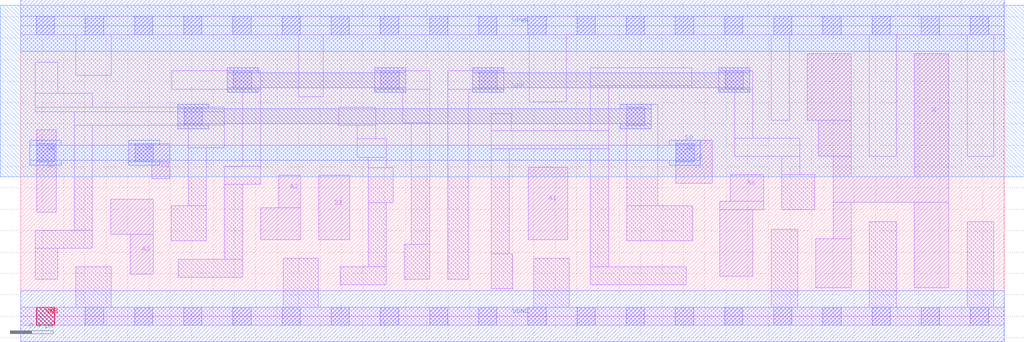
<source format=lef>
# Copyright 2020 The SkyWater PDK Authors
#
# Licensed under the Apache License, Version 2.0 (the "License");
# you may not use this file except in compliance with the License.
# You may obtain a copy of the License at
#
#     https://www.apache.org/licenses/LICENSE-2.0
#
# Unless required by applicable law or agreed to in writing, software
# distributed under the License is distributed on an "AS IS" BASIS,
# WITHOUT WARRANTIES OR CONDITIONS OF ANY KIND, either express or implied.
# See the License for the specific language governing permissions and
# limitations under the License.
#
# SPDX-License-Identifier: Apache-2.0

VERSION 5.7 ;
  NOWIREEXTENSIONATPIN ON ;
  DIVIDERCHAR "/" ;
  BUSBITCHARS "[]" ;
MACRO sky130_fd_sc_hd__mux4_4
  CLASS CORE ;
  FOREIGN sky130_fd_sc_hd__mux4_4 ;
  ORIGIN  0.000000  0.000000 ;
  SIZE  9.200000 BY  2.720000 ;
  SYMMETRY X Y R90 ;
  SITE unithd ;
  PIN A0
    ANTENNAGATEAREA  0.159000 ;
    DIRECTION INPUT ;
    USE SIGNAL ;
    PORT
      LAYER li1 ;
        RECT 6.540000 0.375000 6.850000 0.995000 ;
        RECT 6.540000 0.995000 6.950000 1.075000 ;
        RECT 6.640000 1.075000 6.950000 1.325000 ;
    END
  END A0
  PIN A1
    ANTENNAGATEAREA  0.159000 ;
    DIRECTION INPUT ;
    USE SIGNAL ;
    PORT
      LAYER li1 ;
        RECT 4.750000 0.715000 5.120000 1.395000 ;
    END
  END A1
  PIN A2
    ANTENNAGATEAREA  0.159000 ;
    DIRECTION INPUT ;
    USE SIGNAL ;
    PORT
      LAYER li1 ;
        RECT 0.840000 0.765000 1.240000 1.095000 ;
        RECT 1.025000 0.395000 1.240000 0.765000 ;
    END
  END A2
  PIN A3
    ANTENNAGATEAREA  0.159000 ;
    DIRECTION INPUT ;
    USE SIGNAL ;
    PORT
      LAYER li1 ;
        RECT 2.245000 0.715000 2.620000 1.015000 ;
        RECT 2.415000 1.015000 2.620000 1.320000 ;
    END
  END A3
  PIN S0
    ANTENNAGATEAREA  0.393000 ;
    DIRECTION INPUT ;
    USE SIGNAL ;
    PORT
      LAYER li1 ;
        RECT 0.150000 0.975000 0.330000 1.745000 ;
      LAYER mcon ;
        RECT 0.150000 1.445000 0.320000 1.615000 ;
    END
    PORT
      LAYER li1 ;
        RECT 1.010000 1.445000 1.395000 1.615000 ;
        RECT 1.225000 1.285000 1.395000 1.445000 ;
      LAYER mcon ;
        RECT 1.070000 1.445000 1.240000 1.615000 ;
    END
    PORT
      LAYER li1 ;
        RECT 6.130000 1.245000 6.470000 1.645000 ;
      LAYER mcon ;
        RECT 6.130000 1.445000 6.300000 1.615000 ;
    END
    PORT
      LAYER met1 ;
        RECT 0.085000 1.415000 0.380000 1.460000 ;
        RECT 0.085000 1.460000 6.360000 1.600000 ;
        RECT 0.085000 1.600000 0.380000 1.645000 ;
        RECT 1.010000 1.415000 1.300000 1.460000 ;
        RECT 1.010000 1.600000 1.300000 1.645000 ;
        RECT 6.070000 1.415000 6.360000 1.460000 ;
        RECT 6.070000 1.600000 6.360000 1.645000 ;
    END
  END S0
  PIN S1
    ANTENNAGATEAREA  0.303000 ;
    DIRECTION INPUT ;
    USE SIGNAL ;
    PORT
      LAYER li1 ;
        RECT 2.790000 0.715000 3.080000 1.320000 ;
    END
  END S1
  PIN VNB
    PORT
      LAYER pwell ;
        RECT 0.150000 -0.085000 0.320000 0.085000 ;
    END
  END VNB
  PIN VPB
    PORT
      LAYER nwell ;
        RECT -0.190000 1.305000 9.390000 2.910000 ;
    END
  END VPB
  PIN X
    ANTENNADIFFAREA  0.891000 ;
    DIRECTION OUTPUT ;
    USE SIGNAL ;
    PORT
      LAYER li1 ;
        RECT 7.360000 1.835000 7.770000 2.455000 ;
        RECT 7.440000 0.265000 7.770000 0.725000 ;
        RECT 7.460000 1.495000 7.770000 1.835000 ;
        RECT 7.600000 0.725000 7.770000 1.065000 ;
        RECT 7.600000 1.065000 8.685000 1.305000 ;
        RECT 7.600000 1.305000 7.770000 1.495000 ;
        RECT 8.360000 0.265000 8.685000 1.065000 ;
        RECT 8.360000 1.305000 8.685000 2.455000 ;
    END
  END X
  PIN VGND
    DIRECTION INOUT ;
    SHAPE ABUTMENT ;
    USE GROUND ;
    PORT
      LAYER met1 ;
        RECT 0.000000 -0.240000 9.200000 0.240000 ;
    END
  END VGND
  PIN VPWR
    DIRECTION INOUT ;
    SHAPE ABUTMENT ;
    USE POWER ;
    PORT
      LAYER met1 ;
        RECT 0.000000 2.480000 9.200000 2.960000 ;
    END
  END VPWR
  OBS
    LAYER li1 ;
      RECT 0.000000 -0.085000 9.200000 0.085000 ;
      RECT 0.000000  2.635000 9.200000 2.805000 ;
      RECT 0.135000  0.345000 0.345000 0.635000 ;
      RECT 0.135000  0.635000 0.670000 0.805000 ;
      RECT 0.135000  1.915000 1.905000 1.955000 ;
      RECT 0.135000  1.955000 0.670000 2.085000 ;
      RECT 0.135000  2.085000 0.345000 2.375000 ;
      RECT 0.500000  0.805000 0.670000 1.785000 ;
      RECT 0.500000  1.785000 1.905000 1.915000 ;
      RECT 0.515000  0.085000 0.845000 0.465000 ;
      RECT 0.515000  2.255000 0.845000 2.635000 ;
      RECT 1.410000  0.705000 1.735000 1.035000 ;
      RECT 1.415000  2.125000 2.245000 2.295000 ;
      RECT 1.475000  0.365000 2.075000 0.535000 ;
      RECT 1.565000  1.035000 1.735000 1.575000 ;
      RECT 1.565000  1.575000 1.905000 1.785000 ;
      RECT 1.905000  0.535000 2.075000 1.235000 ;
      RECT 1.905000  1.235000 2.245000 1.405000 ;
      RECT 2.075000  1.405000 2.245000 2.125000 ;
      RECT 2.455000  0.085000 2.785000 0.545000 ;
      RECT 2.600000  2.055000 2.830000 2.635000 ;
      RECT 2.975000  1.785000 3.320000 1.955000 ;
      RECT 2.990000  0.295000 3.420000 0.465000 ;
      RECT 3.150000  1.490000 3.420000 1.660000 ;
      RECT 3.150000  1.660000 3.320000 1.785000 ;
      RECT 3.250000  0.465000 3.420000 1.060000 ;
      RECT 3.250000  1.060000 3.485000 1.390000 ;
      RECT 3.250000  1.390000 3.420000 1.490000 ;
      RECT 3.310000  2.125000 3.825000 2.295000 ;
      RECT 3.575000  1.810000 3.825000 2.125000 ;
      RECT 3.590000  0.345000 3.825000 0.675000 ;
      RECT 3.655000  0.675000 3.825000 1.810000 ;
      RECT 3.995000  0.345000 4.185000 2.125000 ;
      RECT 3.995000  2.125000 4.520000 2.295000 ;
      RECT 4.400000  0.255000 4.605000 0.585000 ;
      RECT 4.400000  0.585000 4.570000 1.565000 ;
      RECT 4.400000  1.565000 5.500000 1.735000 ;
      RECT 4.400000  1.735000 4.590000 1.895000 ;
      RECT 4.760000  2.005000 5.105000 2.635000 ;
      RECT 4.800000  0.085000 5.130000 0.545000 ;
      RECT 5.330000  0.295000 6.225000 0.465000 ;
      RECT 5.330000  0.465000 5.500000 1.565000 ;
      RECT 5.330000  1.735000 5.500000 2.155000 ;
      RECT 5.330000  2.155000 6.280000 2.325000 ;
      RECT 5.670000  0.705000 6.290000 1.035000 ;
      RECT 5.670000  1.035000 5.960000 1.985000 ;
      RECT 6.530000  2.125000 6.850000 2.295000 ;
      RECT 6.680000  1.495000 7.290000 1.665000 ;
      RECT 6.680000  1.665000 6.850000 2.125000 ;
      RECT 7.020000  0.085000 7.270000 0.815000 ;
      RECT 7.020000  1.835000 7.190000 2.635000 ;
      RECT 7.120000  0.995000 7.430000 1.325000 ;
      RECT 7.120000  1.325000 7.290000 1.495000 ;
      RECT 7.940000  0.085000 8.190000 0.885000 ;
      RECT 7.940000  1.495000 8.190000 2.635000 ;
      RECT 8.855000  0.085000 9.105000 0.885000 ;
      RECT 8.855000  1.495000 9.105000 2.635000 ;
    LAYER mcon ;
      RECT 0.145000 -0.085000 0.315000 0.085000 ;
      RECT 0.145000  2.635000 0.315000 2.805000 ;
      RECT 0.605000 -0.085000 0.775000 0.085000 ;
      RECT 0.605000  2.635000 0.775000 2.805000 ;
      RECT 1.065000 -0.085000 1.235000 0.085000 ;
      RECT 1.065000  2.635000 1.235000 2.805000 ;
      RECT 1.525000 -0.085000 1.695000 0.085000 ;
      RECT 1.525000  2.635000 1.695000 2.805000 ;
      RECT 1.530000  1.785000 1.700000 1.955000 ;
      RECT 1.985000 -0.085000 2.155000 0.085000 ;
      RECT 1.985000  2.635000 2.155000 2.805000 ;
      RECT 1.990000  2.125000 2.160000 2.295000 ;
      RECT 2.445000 -0.085000 2.615000 0.085000 ;
      RECT 2.445000  2.635000 2.615000 2.805000 ;
      RECT 2.905000 -0.085000 3.075000 0.085000 ;
      RECT 2.905000  2.635000 3.075000 2.805000 ;
      RECT 3.365000 -0.085000 3.535000 0.085000 ;
      RECT 3.365000  2.635000 3.535000 2.805000 ;
      RECT 3.370000  2.125000 3.540000 2.295000 ;
      RECT 3.825000 -0.085000 3.995000 0.085000 ;
      RECT 3.825000  2.635000 3.995000 2.805000 ;
      RECT 4.285000 -0.085000 4.455000 0.085000 ;
      RECT 4.285000  2.635000 4.455000 2.805000 ;
      RECT 4.290000  2.125000 4.460000 2.295000 ;
      RECT 4.745000 -0.085000 4.915000 0.085000 ;
      RECT 4.745000  2.635000 4.915000 2.805000 ;
      RECT 5.205000 -0.085000 5.375000 0.085000 ;
      RECT 5.205000  2.635000 5.375000 2.805000 ;
      RECT 5.665000 -0.085000 5.835000 0.085000 ;
      RECT 5.665000  2.635000 5.835000 2.805000 ;
      RECT 5.670000  1.785000 5.840000 1.955000 ;
      RECT 6.125000 -0.085000 6.295000 0.085000 ;
      RECT 6.125000  2.635000 6.295000 2.805000 ;
      RECT 6.585000 -0.085000 6.755000 0.085000 ;
      RECT 6.585000  2.635000 6.755000 2.805000 ;
      RECT 6.590000  2.125000 6.760000 2.295000 ;
      RECT 7.045000 -0.085000 7.215000 0.085000 ;
      RECT 7.045000  2.635000 7.215000 2.805000 ;
      RECT 7.505000 -0.085000 7.675000 0.085000 ;
      RECT 7.505000  2.635000 7.675000 2.805000 ;
      RECT 7.965000 -0.085000 8.135000 0.085000 ;
      RECT 7.965000  2.635000 8.135000 2.805000 ;
      RECT 8.425000 -0.085000 8.595000 0.085000 ;
      RECT 8.425000  2.635000 8.595000 2.805000 ;
      RECT 8.885000 -0.085000 9.055000 0.085000 ;
      RECT 8.885000  2.635000 9.055000 2.805000 ;
    LAYER met1 ;
      RECT 1.470000 1.755000 1.760000 1.800000 ;
      RECT 1.470000 1.800000 5.900000 1.940000 ;
      RECT 1.470000 1.940000 1.760000 1.985000 ;
      RECT 1.930000 2.095000 2.220000 2.140000 ;
      RECT 1.930000 2.140000 3.600000 2.280000 ;
      RECT 1.930000 2.280000 2.220000 2.325000 ;
      RECT 3.310000 2.095000 3.600000 2.140000 ;
      RECT 3.310000 2.280000 3.600000 2.325000 ;
      RECT 4.230000 2.095000 4.520000 2.140000 ;
      RECT 4.230000 2.140000 6.820000 2.280000 ;
      RECT 4.230000 2.280000 4.520000 2.325000 ;
      RECT 5.610000 1.755000 5.900000 1.800000 ;
      RECT 5.610000 1.940000 5.900000 1.985000 ;
      RECT 6.530000 2.095000 6.820000 2.140000 ;
      RECT 6.530000 2.280000 6.820000 2.325000 ;
  END
END sky130_fd_sc_hd__mux4_4
END LIBRARY

</source>
